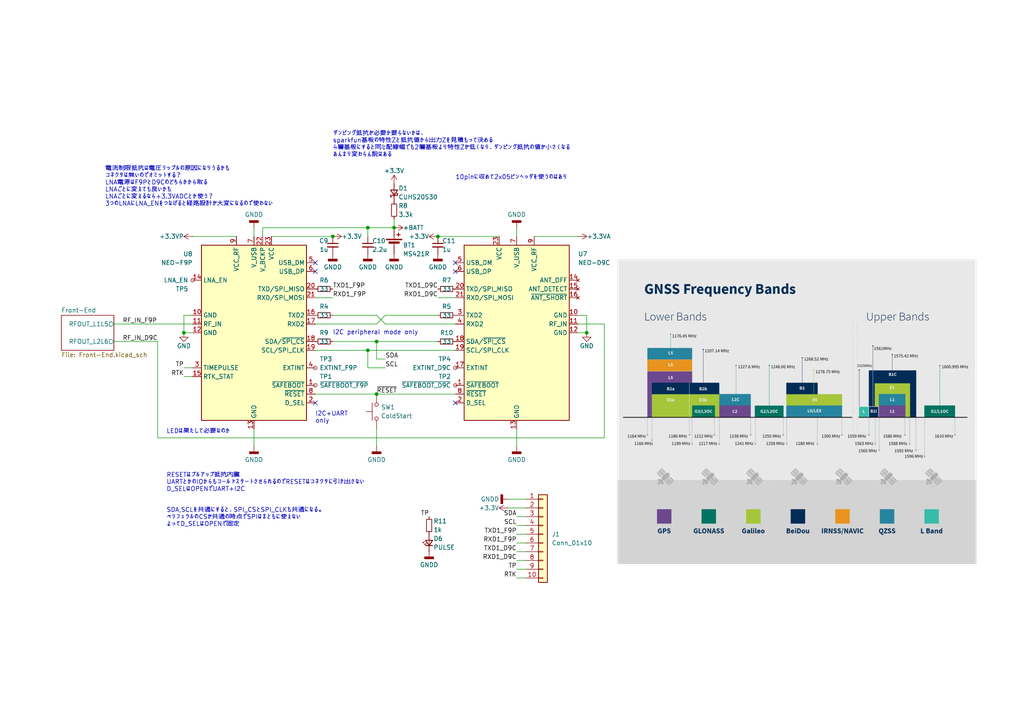
<source format=kicad_sch>
(kicad_sch (version 20231120) (generator "eeschema") (generator_version "8.0")
  (paper "A4")
  (lib_symbols
    (symbol "Connector:TestPoint_Small" (pin_numbers hide) (pin_names (offset 0.762) hide)
      (property "Reference" "TP" (at 0 3.81 0))
      (property "Value" "TestPoint_Small" (at 0 2.032 0))
      (symbol "TestPoint_Small_0_1"
        (circle (center 0 0) (radius 0.508))
      )
      (symbol "TestPoint_Small_1_1"
        (pin passive line (at 0 0 90) (length 0) (name "1") (number "1"))
      )
    )
    (symbol "Connector_Generic:Conn_01x10" (pin_names (offset 1.016) hide)
      (property "Reference" "J" (at 0 12.7 0))
      (property "Value" "Conn_01x10" (at 0 -15.24 0))
      (symbol "Conn_01x10_1_1"
        (rectangle (start -1.27 -12.573) (end 0 -12.827) (stroke (width 0.1524)))
        (rectangle (start -1.27 -10.033) (end 0 -10.287) (stroke (width 0.1524)))
        (rectangle (start -1.27 -7.493) (end 0 -7.747) (stroke (width 0.1524)))
        (rectangle (start -1.27 -4.953) (end 0 -5.207) (stroke (width 0.1524)))
        (rectangle (start -1.27 -2.413) (end 0 -2.667) (stroke (width 0.1524)))
        (rectangle (start -1.27 0.127) (end 0 -0.127) (stroke (width 0.1524)))
        (rectangle (start -1.27 2.667) (end 0 2.413) (stroke (width 0.1524)))
        (rectangle (start -1.27 5.207) (end 0 4.953) (stroke (width 0.1524)))
        (rectangle (start -1.27 7.747) (end 0 7.493) (stroke (width 0.1524)))
        (rectangle (start -1.27 10.287) (end 0 10.033) (stroke (width 0.1524)))
        (rectangle (start -1.27 11.43) (end 1.27 -13.97) (stroke (width 0.254)) (fill (type background)))
        (pin passive line (at -5.08 10.16 0) (length 3.81) (name "Pin_1") (number "1"))
        (pin passive line (at -5.08 -12.7 0) (length 3.81) (name "Pin_10") (number "10"))
        (pin passive line (at -5.08 7.62 0) (length 3.81) (name "Pin_2") (number "2"))
        (pin passive line (at -5.08 5.08 0) (length 3.81) (name "Pin_3") (number "3"))
        (pin passive line (at -5.08 2.54 0) (length 3.81) (name "Pin_4") (number "4"))
        (pin passive line (at -5.08 0 0) (length 3.81) (name "Pin_5") (number "5"))
        (pin passive line (at -5.08 -2.54 0) (length 3.81) (name "Pin_6") (number "6"))
        (pin passive line (at -5.08 -5.08 0) (length 3.81) (name "Pin_7") (number "7"))
        (pin passive line (at -5.08 -7.62 0) (length 3.81) (name "Pin_8") (number "8"))
        (pin passive line (at -5.08 -10.16 0) (length 3.81) (name "Pin_9") (number "9"))
      )
    )
    (symbol "Device:Battery_Cell" (pin_numbers hide) (pin_names (offset 0) hide)
      (property "Reference" "BT" (at 2.54 2.54 0))
      (property "Value" "Battery_Cell" (at 2.54 0 0))
      (symbol "Battery_Cell_0_1"
        (rectangle (start -2.286 1.778) (end 2.286 1.524) (fill (type outline)))
        (rectangle (start -1.524 1.016) (end 1.524 0.508) (fill (type outline)))
        (polyline (pts (xy 0 0.762) (xy 0 0)))
        (polyline (pts (xy 0 1.778) (xy 0 2.54)))
        (polyline (pts (xy 0.762 3.048) (xy 1.778 3.048)) (stroke (width 0.254)))
        (polyline (pts (xy 1.27 3.556) (xy 1.27 2.54)) (stroke (width 0.254)))
      )
      (symbol "Battery_Cell_1_1"
        (pin passive line (at 0 5.08 270) (length 2.54) (name "+") (number "1"))
        (pin passive line (at 0 -2.54 90) (length 2.54) (name "-") (number "2"))
      )
    )
    (symbol "Device:C_Small" (pin_numbers hide) (pin_names (offset 0.254) hide)
      (property "Reference" "C" (at 0.254 1.778 0))
      (property "Value" "C_Small" (at 0.254 -2.032 0))
      (symbol "C_Small_0_1"
        (polyline (pts (xy -1.524 -0.508) (xy 1.524 -0.508)) (stroke (width 0.3302)))
        (polyline (pts (xy -1.524 0.508) (xy 1.524 0.508)) (stroke (width 0.3048)))
      )
      (symbol "C_Small_1_1"
        (pin passive line (at 0 2.54 270) (length 2.032) (name "~") (number "1"))
        (pin passive line (at 0 -2.54 90) (length 2.032) (name "~") (number "2"))
      )
    )
    (symbol "Device:D_Schottky_Small" (pin_numbers hide) (pin_names (offset 0.254) hide)
      (property "Reference" "D" (at -1.27 2.032 0))
      (property "Value" "D_Schottky_Small" (at -7.112 -2.032 0))
      (symbol "D_Schottky_Small_0_1"
        (polyline (pts (xy -0.762 0) (xy 0.762 0)))
        (polyline (pts (xy 0.762 -1.016) (xy -0.762 0) (xy 0.762 1.016) (xy 0.762 -1.016)) (stroke (width 0.254)))
        (polyline (pts (xy -1.27 0.762) (xy -1.27 1.016) (xy -0.762 1.016) (xy -0.762 -1.016) (xy -0.254 -1.016) (xy -0.254 -0.762)) (stroke (width 0.254)))
      )
      (symbol "D_Schottky_Small_1_1"
        (pin passive line (at -2.54 0 0) (length 1.778) (name "K") (number "1"))
        (pin passive line (at 2.54 0 180) (length 1.778) (name "A") (number "2"))
      )
    )
    (symbol "Device:LED_Small" (pin_numbers hide) (pin_names (offset 0.254) hide)
      (property "Reference" "D" (at -1.27 3.175 0))
      (property "Value" "LED_Small" (at -4.445 -2.54 0))
      (symbol "LED_Small_0_1"
        (polyline (pts (xy -0.762 -1.016) (xy -0.762 1.016)) (stroke (width 0.254)))
        (polyline (pts (xy 1.016 0) (xy -0.762 0)))
        (polyline (pts (xy 0.762 -1.016) (xy -0.762 0) (xy 0.762 1.016) (xy 0.762 -1.016)) (stroke (width 0.254)))
        (polyline (pts (xy 0 0.762) (xy -0.508 1.27) (xy -0.254 1.27) (xy -0.508 1.27) (xy -0.508 1.016)))
        (polyline (pts (xy 0.508 1.27) (xy 0 1.778) (xy 0.254 1.778) (xy 0 1.778) (xy 0 1.524)))
      )
      (symbol "LED_Small_1_1"
        (pin passive line (at -2.54 0 0) (length 1.778) (name "K") (number "1"))
        (pin passive line (at 2.54 0 180) (length 1.778) (name "A") (number "2"))
      )
    )
    (symbol "Device:R_Small" (pin_numbers hide) (pin_names (offset 0.254) hide)
      (property "Reference" "R" (at 0.762 0.508 0))
      (property "Value" "R_Small" (at 0.762 -1.016 0))
      (symbol "R_Small_0_1"
        (rectangle (start -0.762 1.778) (end 0.762 -1.778) (stroke (width 0.2032)))
      )
      (symbol "R_Small_1_1"
        (pin passive line (at 0 2.54 270) (length 0.762) (name "~") (number "1"))
        (pin passive line (at 0 -2.54 90) (length 0.762) (name "~") (number "2"))
      )
    )
    (symbol "RF_GNSS_extlib:NEO-D9C"
      (property "Reference" "U" (at -13.97 26.67 0))
      (property "Value" "NEO-D9C" (at 11.43 26.67 0))
      (symbol "NEO-D9C_0_1"
        (rectangle (start -15.24 25.4) (end 15.24 -25.4) (stroke (width 0.254)) (fill (type background)))
      )
      (symbol "NEO-D9C_1_1"
        (pin input line (at -17.78 -15.24 0) (length 2.54) (name "~{SAFEBOOT}") (number "1"))
        (pin power_in line (at 17.78 5.08 180) (length 2.54) (name "GND") (number "10"))
        (pin input line (at 17.78 2.54 180) (length 2.54) (name "RF_IN") (number "11"))
        (pin power_in line (at 17.78 0 180) (length 2.54) (name "GND") (number "12"))
        (pin power_in line (at 0 -27.94 90) (length 2.54) (name "GND") (number "13"))
        (pin no_connect line (at 17.78 15.24 180) (length 2.54) (name "ANT_OFF") (number "14"))
        (pin no_connect line (at 17.78 12.7 180) (length 2.54) (name "ANT_DETECT") (number "15"))
        (pin no_connect line (at 17.78 10.16 180) (length 2.54) (name "~{ANT_SHORT}") (number "16"))
        (pin input line (at -17.78 -10.16 0) (length 2.54) (name "EXTINT") (number "17"))
        (pin bidirectional line (at -17.78 -2.54 0) (length 2.54) (name "SDA/~{SPI_CS}") (number "18"))
        (pin bidirectional line (at -17.78 -5.08 0) (length 2.54) (name "SCL/SPI_CLK") (number "19"))
        (pin input line (at -17.78 -20.32 0) (length 2.54) (name "D_SEL") (number "2"))
        (pin output line (at -17.78 12.7 0) (length 2.54) (name "TXD/SPI_MISO") (number "20"))
        (pin input line (at -17.78 10.16 0) (length 2.54) (name "RXD/SPI_MOSI") (number "21"))
        (pin no_connect line (at -2.54 27.94 270) (length 2.54) hide (name "Reserved") (number "22"))
        (pin power_in line (at -5.08 27.94 270) (length 2.54) (name "VCC") (number "23"))
        (pin passive line (at 0 -27.94 90) (length 2.54) hide (name "GND") (number "24"))
        (pin output line (at -17.78 5.08 0) (length 2.54) (name "TXD2") (number "3"))
        (pin input line (at -17.78 2.54 0) (length 2.54) (name "RXD2") (number "4"))
        (pin bidirectional line (at -17.78 20.32 0) (length 2.54) (name "USB_DM") (number "5"))
        (pin bidirectional line (at -17.78 17.78 0) (length 2.54) (name "USB_DP") (number "6"))
        (pin power_in line (at 0 27.94 270) (length 2.54) (name "V_USB") (number "7"))
        (pin input line (at -17.78 -17.78 0) (length 2.54) (name "~{RESET}") (number "8"))
        (pin power_out line (at 5.08 27.94 270) (length 2.54) (name "VCC_RF") (number "9"))
      )
    )
    (symbol "RF_GNSS_extlib:NEO-F9P"
      (property "Reference" "U" (at -13.97 26.67 0))
      (property "Value" "NEO-F9P" (at 11.43 26.67 0))
      (symbol "NEO-F9P_0_1"
        (rectangle (start -15.24 25.4) (end 15.24 -25.4) (stroke (width 0.254)) (fill (type background)))
      )
      (symbol "NEO-F9P_1_1"
        (pin input line (at -17.78 -15.24 0) (length 2.54) (name "~{SAFEBOOT}") (number "1"))
        (pin power_in line (at 17.78 5.08 180) (length 2.54) (name "GND") (number "10"))
        (pin input line (at 17.78 2.54 180) (length 2.54) (name "RF_IN") (number "11"))
        (pin power_in line (at 17.78 0 180) (length 2.54) (name "GND") (number "12"))
        (pin power_in line (at 0 -27.94 90) (length 2.54) (name "GND") (number "13"))
        (pin output line (at 17.78 15.24 180) (length 2.54) (name "LNA_EN") (number "14"))
        (pin output line (at 17.78 -12.7 180) (length 2.54) (name "RTK_STAT") (number "15"))
        (pin output line (at -17.78 5.08 0) (length 2.54) (name "TXD2") (number "16"))
        (pin input line (at -17.78 2.54 0) (length 2.54) (name "RXD2") (number "17"))
        (pin bidirectional line (at -17.78 -2.54 0) (length 2.54) (name "SDA/~{SPI_CS}") (number "18"))
        (pin bidirectional line (at -17.78 -5.08 0) (length 2.54) (name "SCL/SPI_CLK") (number "19"))
        (pin input line (at -17.78 -20.32 0) (length 2.54) (name "D_SEL") (number "2"))
        (pin output line (at -17.78 12.7 0) (length 2.54) (name "TXD/SPI_MISO") (number "20"))
        (pin input line (at -17.78 10.16 0) (length 2.54) (name "RXD/SPI_MOSI") (number "21"))
        (pin power_in line (at -2.54 27.94 270) (length 2.54) (name "V_BCKP") (number "22"))
        (pin power_in line (at -5.08 27.94 270) (length 2.54) (name "VCC") (number "23"))
        (pin passive line (at 0 -27.94 90) (length 2.54) hide (name "GND") (number "24"))
        (pin output line (at 17.78 -10.16 180) (length 2.54) (name "TIMEPULSE") (number "3"))
        (pin input line (at -17.78 -10.16 0) (length 2.54) (name "EXTINT") (number "4"))
        (pin bidirectional line (at -17.78 20.32 0) (length 2.54) (name "USB_DM") (number "5"))
        (pin bidirectional line (at -17.78 17.78 0) (length 2.54) (name "USB_DP") (number "6"))
        (pin power_in line (at 0 27.94 270) (length 2.54) (name "V_USB") (number "7"))
        (pin input line (at -17.78 -17.78 0) (length 2.54) (name "~{RESET}") (number "8"))
        (pin power_out line (at 5.08 27.94 270) (length 2.54) (name "VCC_RF") (number "9"))
      )
    )
    (symbol "Switch:SW_Push" (pin_numbers hide) (pin_names (offset 1.016) hide)
      (property "Reference" "SW" (at 1.27 2.54 0))
      (property "Value" "SW_Push" (at 0 -1.524 0))
      (symbol "SW_Push_0_1"
        (circle (center -2.032 0) (radius 0.508))
        (polyline (pts (xy 0 1.27) (xy 0 3.048)))
        (polyline (pts (xy 2.54 1.27) (xy -2.54 1.27)))
        (circle (center 2.032 0) (radius 0.508))
        (pin passive line (at -5.08 0 0) (length 2.54) (name "1") (number "1"))
        (pin passive line (at 5.08 0 180) (length 2.54) (name "2") (number "2"))
      )
    )
    (symbol "power:+3.3V" (power) (pin_numbers hide) (pin_names (offset 0) hide)
      (property "Value" "+3.3V" (at 0 3.556 0))
      (symbol "+3.3V_0_1"
        (polyline (pts (xy -0.762 1.27) (xy 0 2.54)))
        (polyline (pts (xy 0 0) (xy 0 2.54)))
        (polyline (pts (xy 0 2.54) (xy 0.762 1.27)))
      )
      (symbol "+3.3V_1_1"
        (pin power_in line (at 0 0 90) (length 0) (name "~") (number "1"))
      )
    )
    (symbol "power:+3.3VA" (power) (pin_numbers hide) (pin_names (offset 0) hide)
      (property "Value" "+3.3VA" (at 0 3.556 0))
      (symbol "+3.3VA_0_1"
        (polyline (pts (xy -0.762 1.27) (xy 0 2.54)))
        (polyline (pts (xy 0 0) (xy 0 2.54)))
        (polyline (pts (xy 0 2.54) (xy 0.762 1.27)))
      )
      (symbol "+3.3VA_1_1"
        (pin power_in line (at 0 0 90) (length 0) (name "~") (number "1"))
      )
    )
    (symbol "power:+3.3VP" (power) (pin_numbers hide) (pin_names (offset 0) hide)
      (property "Value" "+3.3VP" (at 0 3.556 0))
      (symbol "+3.3VP_0_0"
        (pin power_in line (at 0 0 90) (length 0) (name "~") (number "1"))
      )
      (symbol "+3.3VP_0_1"
        (polyline (pts (xy -0.762 1.27) (xy 0 2.54)))
        (polyline (pts (xy 0 0) (xy 0 2.54)))
        (polyline (pts (xy 0 2.54) (xy 0.762 1.27)))
      )
    )
    (symbol "power:+BATT" (power) (pin_numbers hide) (pin_names (offset 0) hide)
      (property "Value" "+BATT" (at 0 3.556 0))
      (symbol "+BATT_0_1"
        (polyline (pts (xy -0.762 1.27) (xy 0 2.54)))
        (polyline (pts (xy 0 0) (xy 0 2.54)))
        (polyline (pts (xy 0 2.54) (xy 0.762 1.27)))
      )
      (symbol "+BATT_1_1"
        (pin power_in line (at 0 0 90) (length 0) (name "~") (number "1"))
      )
    )
    (symbol "power:GND" (power) (pin_numbers hide) (pin_names (offset 0) hide)
      (property "Value" "GND" (at 0 -3.81 0))
      (symbol "GND_0_1"
        (polyline (pts (xy 0 0) (xy 0 -1.27) (xy 1.27 -1.27) (xy 0 -2.54) (xy -1.27 -1.27) (xy 0 -1.27)))
      )
      (symbol "GND_1_1"
        (pin power_in line (at 0 0 270) (length 0) (name "~") (number "1"))
      )
    )
    (symbol "power:GNDD" (power) (pin_numbers hide) (pin_names (offset 0) hide)
      (property "Value" "GNDD" (at 0 -3.175 0))
      (symbol "GNDD_0_1"
        (rectangle (start -1.27 -1.524) (end 1.27 -2.032) (stroke (width 0.254)) (fill (type outline)))
        (polyline (pts (xy 0 0) (xy 0 -1.524)))
      )
      (symbol "GNDD_1_1"
        (pin power_in line (at 0 0 270) (length 0) (name "~") (number "1"))
      )
    )
  )
  (junction (at 114.3 66.04))
  (junction (at 96.52 68.58))
  (junction (at 109.22 114.3))
  (junction (at 127 68.58))
  (junction (at 53.34 96.52))
  (junction (at 106.68 66.04))
  (junction (at 109.22 99.06))
  (junction (at 106.68 101.6))
  (junction (at 170.18 96.52))
  (no_connect (at 91.44 116.84))
  (no_connect (at 132.08 116.84))
  (no_connect (at 132.08 76.2))
  (no_connect (at 132.08 78.74))
  (no_connect (at 91.44 76.2))
  (no_connect (at 91.44 78.74))
  (wire (pts (xy 175.26 93.98) (xy 175.26 127)))
  (wire (pts (xy 144.78 68.58) (xy 127 68.58)))
  (wire (pts (xy 167.64 96.52) (xy 170.18 96.52)))
  (wire (pts (xy 91.44 93.98) (xy 109.22 93.98)))
  (wire (pts (xy 109.22 99.06) (xy 127 99.06)))
  (wire (pts (xy 149.86 66.04) (xy 149.86 68.58)))
  (wire (pts (xy 73.66 124.46) (xy 73.66 129.54)))
  (wire (pts (xy 78.74 68.58) (xy 96.52 68.58)))
  (wire (pts (xy 109.22 91.44) (xy 111.76 93.98)))
  (wire (pts (xy 149.86 167.64) (xy 152.4 167.64)))
  (wire (pts (xy 76.2 66.04) (xy 106.68 66.04)))
  (wire (pts (xy 147.32 147.32) (xy 152.4 147.32)))
  (wire (pts (xy 149.86 162.56) (xy 152.4 162.56)))
  (wire (pts (xy 53.34 91.44) (xy 53.34 96.52)))
  (wire (pts (xy 45.72 127) (xy 45.72 99.06)))
  (wire (pts (xy 96.52 99.06) (xy 109.22 99.06)))
  (wire (pts (xy 53.34 96.52) (xy 55.88 96.52)))
  (wire (pts (xy 149.86 165.1) (xy 152.4 165.1)))
  (wire (pts (xy 149.86 157.48) (xy 152.4 157.48)))
  (wire (pts (xy 149.86 160.02) (xy 152.4 160.02)))
  (wire (pts (xy 167.64 91.44) (xy 170.18 91.44)))
  (wire (pts (xy 106.68 66.04) (xy 114.3 66.04)))
  (wire (pts (xy 114.3 63.5) (xy 114.3 66.04)))
  (wire (pts (xy 175.26 127) (xy 45.72 127)))
  (wire (pts (xy 96.52 91.44) (xy 109.22 91.44)))
  (wire (pts (xy 111.76 91.44) (xy 109.22 93.98)))
  (wire (pts (xy 149.86 149.86) (xy 152.4 149.86)))
  (wire (pts (xy 127 86.36) (xy 132.08 86.36)))
  (wire (pts (xy 167.64 93.98) (xy 175.26 93.98)))
  (wire (pts (xy 55.88 91.44) (xy 53.34 91.44)))
  (wire (pts (xy 73.66 66.04) (xy 73.66 68.58)))
  (wire (pts (xy 109.22 124.46) (xy 109.22 129.54)))
  (wire (pts (xy 55.88 68.58) (xy 68.58 68.58)))
  (wire (pts (xy 106.68 101.6) (xy 132.08 101.6)))
  (wire (pts (xy 91.44 114.3) (xy 109.22 114.3)))
  (wire (pts (xy 91.44 86.36) (xy 96.52 86.36)))
  (wire (pts (xy 53.34 109.22) (xy 55.88 109.22)))
  (wire (pts (xy 106.68 66.04) (xy 106.68 68.58)))
  (wire (pts (xy 170.18 91.44) (xy 170.18 96.52)))
  (wire (pts (xy 33.02 93.98) (xy 55.88 93.98)))
  (wire (pts (xy 111.76 104.14) (xy 109.22 104.14)))
  (wire (pts (xy 149.86 152.4) (xy 152.4 152.4)))
  (wire (pts (xy 45.72 99.06) (xy 33.02 99.06)))
  (wire (pts (xy 167.64 68.58) (xy 154.94 68.58)))
  (wire (pts (xy 127 91.44) (xy 111.76 91.44)))
  (wire (pts (xy 111.76 106.68) (xy 106.68 106.68)))
  (wire (pts (xy 149.86 124.46) (xy 149.86 129.54)))
  (wire (pts (xy 106.68 106.68) (xy 106.68 101.6)))
  (wire (pts (xy 91.44 101.6) (xy 106.68 101.6)))
  (wire (pts (xy 147.32 144.78) (xy 152.4 144.78)))
  (wire (pts (xy 109.22 114.3) (xy 132.08 114.3)))
  (wire (pts (xy 53.34 106.68) (xy 55.88 106.68)))
  (wire (pts (xy 149.86 154.94) (xy 152.4 154.94)))
  (wire (pts (xy 111.76 93.98) (xy 132.08 93.98)))
  (wire (pts (xy 109.22 104.14) (xy 109.22 99.06)))
  (wire (pts (xy 76.2 68.58) (xy 76.2 66.04)))
  (image (at 231.14 119.38) (scale 0.852982))
  (text "ダンピング抵抗が必要か要らないかは、\nsparkfun基板の特性Zと抵抗値から出力Zを見積もって決める\n4層基板にすると同じ配線幅でも2層基板より特性Zが低くなり、ダンピング抵抗の値が小さくなる\nあんまり変わらん説はある" (at 96.52 38.1 0) (effects (font (size 1.27 1.27)) (justify left top)))
  (text "LEDは果たして必要なのか" (at 48.26 124.46 0) (effects (font (size 1.27 1.27)) (justify left top)))
  (text "電流制限抵抗は電圧リップルの原因になりうるかも\nコネクタは無いのでオミットする？\nLNA電源はF9PとD9Cのどちらかから取る\nLNAごとに変えても良いかも\nLNAごとに変えるなら+3.3VADCとか使う？\n3つのLNAにLNA_ENをつなげると経路設計が大変になるので使わない" (at 30.48 48.26 0) (effects (font (size 1.27 1.27)) (justify left top)))
  (text "10pinに収めて2x05ピンヘッダを使うのはあり" (at 132.08 50.8 0) (effects (font (size 1.27 1.27)) (justify left top)))
  (text "I2C peripheral mode only" (at 96.52 96.52 0) (effects (font (size 1.27 1.27)) (justify left)))
  (text "I2C+UART\nonly" (at 91.44 119.38 0) (effects (font (size 1.27 1.27)) (justify left top)))
  (text "SDA,SCLを共通にすると、SPI_CSとSPI_CLKも共通になる。\nペリフェラルのCSが共通の時点でSPIはまともに使えない\nよってD_SELはOPENで固定" (at 48.26 147.32 0) (effects (font (size 1.27 1.27)) (justify left top)))
  (text "RESETはプルアップ抵抗内臓\nUARTとかのIOからもコールドスタートさせられるのでRESETはコネクタに引き出さない\nD_SELはOPENでUART+I2C" (at 48.26 137.16 0) (effects (font (size 1.27 1.27)) (justify left top)))
  (label "RXD1_D9C" (at 149.86 162.56 180))
  (label "~{RESET}" (at 109.22 114.3 0))
  (label "TP" (at 124.46 149.86 180))
  (label "RXD1_F9P" (at 149.86 157.48 180))
  (label "RTK" (at 53.34 109.22 180))
  (label "TP" (at 149.86 165.1 180))
  (label "TXD1_F9P" (at 149.86 154.94 180))
  (label "TXD1_F9P" (at 96.52 83.82 0))
  (label "SCL" (at 149.86 152.4 180))
  (label "RXD1_F9P" (at 96.52 86.36 0))
  (label "TP" (at 53.34 106.68 180))
  (label "TXD1_D9C" (at 149.86 160.02 180))
  (label "RXD1_D9C" (at 127 86.36 180))
  (label "RF_IN_F9P" (at 35.56 93.98 0))
  (label "SDA" (at 111.76 104.14 0))
  (label "SCL" (at 111.76 106.68 0))
  (label "RTK" (at 149.86 167.64 180))
  (label "TXD1_D9C" (at 127 83.82 180))
  (label "RF_IN_D9C" (at 35.56 99.06 0))
  (label "SDA" (at 149.86 149.86 180))
  (symbol (lib_id "power:+3.3VP") (at 55.88 68.58 90) (unit 1)
    (property "Reference" "#PWR047" (effects (hide yes)))
    (property "Value" "+3.3VP" (at 53.34 68.58 90) (effects (justify left)))
    (property "Description" "Power symbol creates a global label with name \"+3.3VP\"" (effects (hide yes)))
  )
  (symbol (lib_id "RF_GNSS_extlib:NEO-D9C") (at 149.86 96.52 0) (unit 1)
    (property "Reference" "U7" (at 167.64 73.66 0) (effects (justify left)))
    (property "Value" "NEO-D9C" (at 167.64 76.2 0) (effects (justify left)))
    (property "Footprint" "RF_GNSS_extlib:ublox_NEO" (effects (hide yes)))
    (property "Datasheet" "https://content.u-blox.com/sites/default/files/NEO-D9C-00B_DataSheet_UBX-17053092.pdf" (effects (hide yes)))
    (property "Description" "u-blox QZSS L6 correction data receiver" (effects (hide yes)))
  )
  (symbol (lib_id "Device:R_Small") (at 129.54 99.06 90) (unit 1)
    (property "Reference" "R10" (at 129.54 96.52 90))
    (property "Value" "33" (at 129.54 99.06 90))
    (property "Footprint" "Resistor_SMD:R_0402_1005Metric" (effects (hide yes)))
    (property "Description" "Resistor, small symbol" (effects (hide yes)))
  )
  (symbol (lib_id "Device:R_Small") (at 93.98 91.44 90) (unit 1)
    (property "Reference" "R4" (at 93.98 88.9 90))
    (property "Value" "33" (at 93.98 91.44 90))
    (property "Footprint" "Resistor_SMD:R_0402_1005Metric" (effects (hide yes)))
    (property "Description" "Resistor, small symbol" (effects (hide yes)))
  )
  (symbol (lib_id "Device:C_Small") (at 127 71.12 0) (unit 1)
    (property "Reference" "C11" (at 128.27 69.85 0) (effects (justify left)))
    (property "Value" "1u" (at 128.27 72.39 0) (effects (justify left)))
    (property "Footprint" "Capacitor_SMD:C_0603_1608Metric" (effects (hide yes)))
    (property "Description" "Unpolarized capacitor, small symbol" (effects (hide yes)))
  )
  (symbol (lib_id "power:GND") (at 170.18 96.52 0) (unit 1)
    (property "Reference" "#PWR027" (effects (hide yes)))
    (property "Value" "GND" (at 170.18 100.33 0))
    (property "Description" "Power symbol creates a global label with name \"GND\" , ground" (effects (hide yes)))
  )
  (symbol (lib_id "Device:R_Small") (at 129.54 91.44 90) (unit 1)
    (property "Reference" "R5" (at 129.54 88.9 90))
    (property "Value" "33" (at 129.54 91.44 90))
    (property "Footprint" "Resistor_SMD:R_0402_1005Metric" (effects (hide yes)))
    (property "Description" "Resistor, small symbol" (effects (hide yes)))
  )
  (symbol (lib_id "Connector:TestPoint_Small") (at 132.08 106.68 0) (mirror y) (unit 1)
    (property "Reference" "TP4" (at 130.81 104.14 0) (effects (justify left)))
    (property "Value" "EXTINT_D9C" (at 130.81 106.68 0) (effects (justify left)))
    (property "Footprint" "TestPoint:TestPoint_Pad_D1.0mm" (effects (hide yes)))
    (property "Description" "test point" (effects (hide yes)))
  )
  (symbol (lib_id "Device:R_Small") (at 93.98 99.06 90) (unit 1)
    (property "Reference" "R9" (at 93.98 96.52 90))
    (property "Value" "33" (at 93.98 99.06 90))
    (property "Footprint" "Resistor_SMD:R_0402_1005Metric" (effects (hide yes)))
    (property "Description" "Resistor, small symbol" (effects (hide yes)))
  )
  (symbol (lib_id "power:+BATT") (at 114.3 66.04 270) (unit 1)
    (property "Reference" "#PWR035" (effects (hide yes)))
    (property "Value" "+BATT" (at 116.84 66.04 90) (effects (justify left)))
    (property "Description" "Power symbol creates a global label with name \"+BATT\"" (effects (hide yes)))
  )
  (symbol (lib_id "power:GND") (at 53.34 96.52 0) (unit 1)
    (property "Reference" "#PWR026" (effects (hide yes)))
    (property "Value" "GND" (at 53.34 100.33 0))
    (property "Description" "Power symbol creates a global label with name \"GND\" , ground" (effects (hide yes)))
  )
  (symbol (lib_id "Device:R_Small") (at 114.3 60.96 0) (unit 1)
    (property "Reference" "R8" (at 115.57 59.69 0) (effects (justify left)))
    (property "Value" "3.3k" (at 115.57 62.23 0) (effects (justify left)))
    (property "Footprint" "Resistor_SMD:R_0402_1005Metric" (effects (hide yes)))
    (property "Description" "Resistor, small symbol" (effects (hide yes)))
  )
  (symbol (lib_id "Connector:TestPoint_Small") (at 132.08 111.76 0) (mirror y) (unit 1)
    (property "Reference" "TP2" (at 130.81 109.22 0) (effects (justify left)))
    (property "Value" "~{SAFEBOOT_D9C}" (at 130.81 111.76 0) (effects (justify left)))
    (property "Footprint" "TestPoint:TestPoint_Pad_D1.0mm" (effects (hide yes)))
    (property "Description" "test point" (effects (hide yes)))
  )
  (symbol (lib_id "power:GNDD") (at 149.86 129.54 0) (unit 1)
    (property "Reference" "#PWR025" (effects (hide yes)))
    (property "Value" "GNDD" (at 149.86 133.35 0))
    (property "Description" "Power symbol creates a global label with name \"GNDD\" , digital ground" (effects (hide yes)))
  )
  (symbol (lib_id "Device:C_Small") (at 106.68 71.12 0) (unit 1)
    (property "Reference" "C10" (at 107.95 69.85 0) (effects (justify left)))
    (property "Value" "2.2u" (at 107.95 72.39 0) (effects (justify left)))
    (property "Footprint" "Capacitor_SMD:C_0603_1608Metric" (effects (hide yes)))
    (property "Description" "Unpolarized capacitor, small symbol" (effects (hide yes)))
  )
  (symbol (lib_id "power:GNDD") (at 106.68 73.66 0) (unit 1)
    (property "Reference" "#PWR038" (effects (hide yes)))
    (property "Value" "GNDD" (at 106.68 77.47 0))
    (property "Description" "Power symbol creates a global label with name \"GNDD\" , digital ground" (effects (hide yes)))
  )
  (symbol (lib_id "power:+3.3V") (at 114.3 53.34 0) (unit 1)
    (property "Reference" "#PWR033" (effects (hide yes)))
    (property "Value" "+3.3V" (at 114.3 49.53 0))
    (property "Description" "Power symbol creates a global label with name \"+3.3V\"" (effects (hide yes)))
  )
  (symbol (lib_id "Device:R_Small") (at 93.98 83.82 90) (unit 1)
    (property "Reference" "R6" (at 93.98 81.28 90))
    (property "Value" "33" (at 93.98 83.82 90))
    (property "Footprint" "Resistor_SMD:R_0402_1005Metric" (effects (hide yes)))
    (property "Description" "Resistor, small symbol" (effects (hide yes)))
  )
  (symbol (lib_id "power:+3.3V") (at 147.32 147.32 90) (mirror x) (unit 1)
    (property "Reference" "#PWR046" (effects (hide yes)))
    (property "Value" "+3.3V" (at 144.78 147.32 90) (effects (justify left)))
    (property "Description" "Power symbol creates a global label with name \"+3.3V\"" (effects (hide yes)))
  )
  (symbol (lib_id "power:GNDD") (at 96.52 73.66 0) (unit 1)
    (property "Reference" "#PWR037" (effects (hide yes)))
    (property "Value" "GNDD" (at 96.52 77.47 0))
    (property "Description" "Power symbol creates a global label with name \"GNDD\" , digital ground" (effects (hide yes)))
  )
  (symbol (lib_id "power:GNDD") (at 73.66 129.54 0) (unit 1)
    (property "Reference" "#PWR024" (effects (hide yes)))
    (property "Value" "GNDD" (at 73.66 133.35 0))
    (property "Description" "Power symbol creates a global label with name \"GNDD\" , digital ground" (effects (hide yes)))
  )
  (symbol (lib_id "Switch:SW_Push") (at 109.22 119.38 90) (unit 1)
    (property "Reference" "SW1" (at 110.49 118.11 90) (effects (justify right)))
    (property "Value" "ColdStart" (at 110.49 120.65 90) (effects (justify right)))
    (property "Footprint" "Button_Switch_SMD:SW_Push_1P1T_NO_Vertical_Wuerth_434133025816" (effects (hide yes)))
    (property "Description" "Push button switch, generic, two pins" (effects (hide yes)))
  )
  (symbol (lib_id "power:GNDD") (at 73.66 66.04 180) (unit 1)
    (property "Reference" "#PWR028" (effects (hide yes)))
    (property "Value" "GNDD" (at 73.66 62.23 0))
    (property "Description" "Power symbol creates a global label with name \"GNDD\" , digital ground" (effects (hide yes)))
  )
  (symbol (lib_id "Device:R_Small") (at 124.46 152.4 0) (unit 1)
    (property "Reference" "R11" (at 125.73 151.13 0) (effects (justify left)))
    (property "Value" "1k" (at 125.73 153.67 0) (effects (justify left)))
    (property "Footprint" "Resistor_SMD:R_0402_1005Metric" (effects (hide yes)))
    (property "Description" "Resistor, small symbol" (effects (hide yes)))
  )
  (symbol (lib_id "Connector:TestPoint_Small") (at 55.88 81.28 0) (mirror y) (unit 1)
    (property "Reference" "TP5" (at 54.61 83.82 0) (effects (justify left)))
    (property "Value" "LNA_EN" (at 54.61 81.28 0) (effects (justify left)))
    (property "Footprint" "TestPoint:TestPoint_Pad_D1.0mm" (effects (hide yes)))
    (property "Description" "test point" (effects (hide yes)))
  )
  (symbol (lib_id "power:GNDD") (at 124.46 160.02 0) (unit 1)
    (property "Reference" "#PWR043" (effects (hide yes)))
    (property "Value" "GNDD" (at 124.46 163.83 0))
    (property "Description" "Power symbol creates a global label with name \"GNDD\" , digital ground" (effects (hide yes)))
  )
  (symbol (lib_id "power:GNDD") (at 127 73.66 0) (mirror y) (unit 1)
    (property "Reference" "#PWR040" (effects (hide yes)))
    (property "Value" "GNDD" (at 127 77.47 0))
    (property "Description" "Power symbol creates a global label with name \"GNDD\" , digital ground" (effects (hide yes)))
  )
  (symbol (lib_id "Device:D_Schottky_Small") (at 114.3 55.88 90) (unit 1)
    (property "Reference" "D1" (at 115.57 54.61 90) (effects (justify right)))
    (property "Value" "CUHS20S30" (at 115.57 57.15 90) (effects (justify right)))
    (property "Footprint" "Diode_SMD_extlib:D_Toshiba_US2H" (effects (hide yes)))
    (property "Description" "Schottky diode, small symbol" (effects (hide yes)))
  )
  (symbol (lib_id "power:GNDD") (at 114.3 73.66 0) (unit 1)
    (property "Reference" "#PWR034" (effects (hide yes)))
    (property "Value" "GNDD" (at 114.3 77.47 0))
    (property "Description" "Power symbol creates a global label with name \"GNDD\" , digital ground" (effects (hide yes)))
  )
  (symbol (lib_id "Connector:TestPoint_Small") (at 91.44 111.76 0) (unit 1)
    (property "Reference" "TP1" (at 92.71 109.22 0) (effects (justify left)))
    (property "Value" "~{SAFEBOOT_F9P}" (at 92.71 111.76 0) (effects (justify left)))
    (property "Footprint" "TestPoint:TestPoint_Pad_D1.0mm" (effects (hide yes)))
    (property "Description" "test point" (effects (hide yes)))
  )
  (symbol (lib_id "Connector_Generic:Conn_01x10") (at 157.48 154.94 0) (unit 1)
    (property "Reference" "J1" (at 160.02 154.9399 0) (effects (justify left)))
    (property "Value" "Conn_01x10" (at 160.02 157.4799 0) (effects (justify left)))
    (property "Footprint" "Connector_PinHeader_1.27mm:PinHeader_2x05_P1.27mm_Vertical_SMD" (effects (hide yes)))
    (property "Description" "Generic connector, single row, 01x10, script generated (kicad-library-utils/schlib/autogen/connector/)" (effects (hide yes)))
  )
  (symbol (lib_id "Device:C_Small") (at 96.52 71.12 0) (mirror y) (unit 1)
    (property "Reference" "C9" (at 95.25 69.85 0) (effects (justify left)))
    (property "Value" "1u" (at 95.25 72.39 0) (effects (justify left)))
    (property "Footprint" "Capacitor_SMD:C_0603_1608Metric" (effects (hide yes)))
    (property "Description" "Unpolarized capacitor, small symbol" (effects (hide yes)))
  )
  (symbol (lib_id "power:GNDD") (at 147.32 144.78 270) (unit 1)
    (property "Reference" "#PWR045" (effects (hide yes)))
    (property "Value" "GNDD" (at 144.78 144.78 90) (effects (justify right)))
    (property "Description" "Power symbol creates a global label with name \"GNDD\" , digital ground" (effects (hide yes)))
  )
  (symbol (lib_id "power:+3.3V") (at 96.52 68.58 270) (unit 1)
    (property "Reference" "#PWR036" (effects (hide yes)))
    (property "Value" "+3.3V" (at 99.06 68.58 90) (effects (justify left)))
    (property "Description" "Power symbol creates a global label with name \"+3.3V\"" (effects (hide yes)))
  )
  (symbol (lib_id "power:+3.3V") (at 127 68.58 90) (mirror x) (unit 1)
    (property "Reference" "#PWR039" (effects (hide yes)))
    (property "Value" "+3.3V" (at 124.46 68.58 90) (effects (justify left)))
    (property "Description" "Power symbol creates a global label with name \"+3.3V\"" (effects (hide yes)))
  )
  (symbol (lib_id "power:GNDD") (at 109.22 129.54 0) (unit 1)
    (property "Reference" "#PWR030" (effects (hide yes)))
    (property "Value" "GNDD" (at 109.22 133.35 0))
    (property "Description" "Power symbol creates a global label with name \"GNDD\" , digital ground" (effects (hide yes)))
  )
  (symbol (lib_id "power:GNDD") (at 149.86 66.04 180) (unit 1)
    (property "Reference" "#PWR029" (effects (hide yes)))
    (property "Value" "GNDD" (at 149.86 62.23 0))
    (property "Description" "Power symbol creates a global label with name \"GNDD\" , digital ground" (effects (hide yes)))
  )
  (symbol (lib_id "Device:LED_Small") (at 124.46 157.48 90) (unit 1)
    (property "Reference" "D6" (at 125.73 156.21 90) (effects (justify right)))
    (property "Value" "PULSE" (at 125.73 158.75 90) (effects (justify right)))
    (property "Footprint" "LED_SMD:LED_0402_1005Metric" (effects (hide yes)))
    (property "Description" "Light emitting diode, small symbol" (effects (hide yes)))
  )
  (symbol (lib_id "Device:R_Small") (at 129.54 83.82 90) (unit 1)
    (property "Reference" "R7" (at 129.54 81.28 90))
    (property "Value" "33" (at 129.54 83.82 90))
    (property "Footprint" "Resistor_SMD:R_0402_1005Metric" (effects (hide yes)))
    (property "Description" "Resistor, small symbol" (effects (hide yes)))
  )
  (symbol (lib_id "RF_GNSS_extlib:NEO-F9P") (at 73.66 96.52 0) (mirror y) (unit 1)
    (property "Reference" "U8" (at 55.88 73.66 0) (effects (justify left)))
    (property "Value" "NEO-F9P" (at 55.88 76.2 0) (effects (justify left)))
    (property "Footprint" "RF_GNSS_extlib:ublox_NEO" (effects (hide yes)))
    (property "Datasheet" "https://content.u-blox.com/sites/default/files/documents/NEO-F9P-15B_DataSheet_UBX-22021920.pdf" (effects (hide yes)))
    (property "Description" "u-blox F9 high precision GNSS module" (effects (hide yes)))
  )
  (symbol (lib_id "power:+3.3VA") (at 167.64 68.58 270) (mirror x) (unit 1)
    (property "Reference" "#PWR044" (effects (hide yes)))
    (property "Value" "+3.3VA" (at 170.18 68.58 90) (effects (justify left)))
    (property "Description" "Power symbol creates a global label with name \"+3.3VA\"" (effects (hide yes)))
  )
  (symbol (lib_id "Connector:TestPoint_Small") (at 91.44 106.68 0) (unit 1)
    (property "Reference" "TP3" (at 92.71 104.14 0) (effects (justify left)))
    (property "Value" "EXTINT_F9P" (at 92.71 106.68 0) (effects (justify left)))
    (property "Footprint" "TestPoint:TestPoint_Pad_D1.0mm" (effects (hide yes)))
    (property "Description" "test point" (effects (hide yes)))
  )
  (symbol (lib_id "Device:Battery_Cell") (at 114.3 71.12 0) (unit 1)
    (property "Reference" "BT1" (at 116.84 71.12 0) (effects (justify left)))
    (property "Value" "MS421R" (at 116.84 73.66 0) (effects (justify left)))
    (property "Footprint" "Battery_extlib:Battery_Seiko_MS421R" (effects (hide yes)))
    (property "Description" "Single-cell battery" (effects (hide yes)))
  )
  (sheet (at 17.78 91.44) (size 15.24 10.16) (stroke (width 0.1524))
    (property "Sheetname" "Front-End" (at 17.78 90.7284 0) (effects (justify left bottom)))
    (property "Sheetfile" "Front-End.kicad_sch" (at 17.78 102.1846 0) (effects (justify left top)))
    (pin "RFOUT_L1L5" output (at 33.02 93.98 0))
    (pin "RFOUT_L2L6" output (at 33.02 99.06 0))
  )
)
</source>
